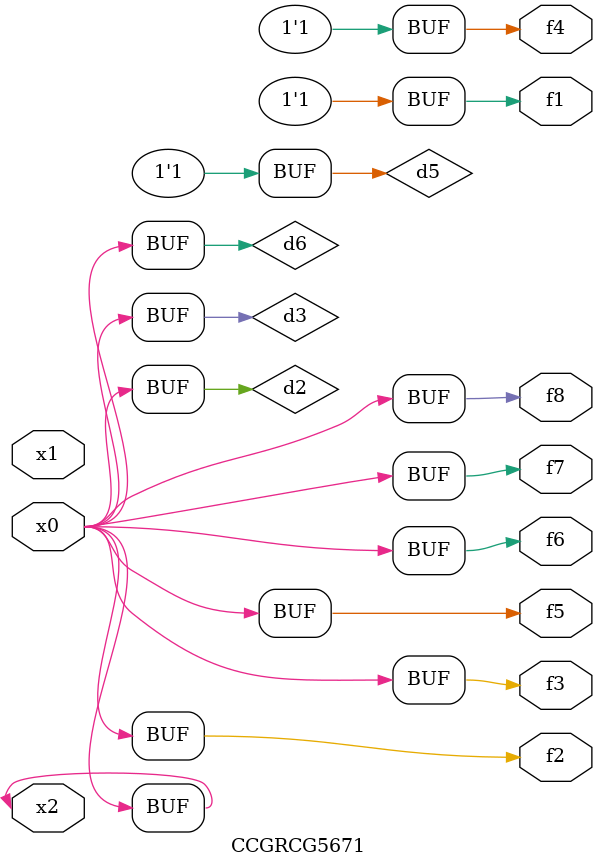
<source format=v>
module CCGRCG5671(
	input x0, x1, x2,
	output f1, f2, f3, f4, f5, f6, f7, f8
);

	wire d1, d2, d3, d4, d5, d6;

	xnor (d1, x2);
	buf (d2, x0, x2);
	and (d3, x0);
	xnor (d4, x1, x2);
	nand (d5, d1, d3);
	buf (d6, d2, d3);
	assign f1 = d5;
	assign f2 = d6;
	assign f3 = d6;
	assign f4 = d5;
	assign f5 = d6;
	assign f6 = d6;
	assign f7 = d6;
	assign f8 = d6;
endmodule

</source>
